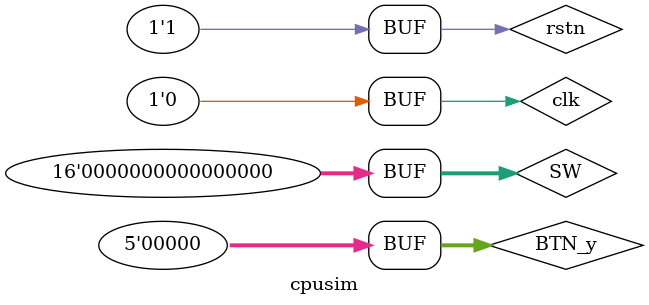
<source format=v>
`timescale 1ns / 1ps


module cpusim();

    reg clk,rstn;
    reg [15:0] SW;
    reg [4:0] BTN_y;

    initial begin
        rstn = 0;
        BTN_y[4:0] = 1;
        SW[15:0] = 0;
        #1020;
        rstn = 1;      
        BTN_y[4:0] = 0;
        #20;
    end
    
    always begin
        clk = 1;
        #10;
        clk = 0;
        #10;
    end
    CPU_SOC cpu(
        .clk_100mhz(clk),
        .RSTN(rstn),
        .BTN_y(BTN_y),
        .SW(SW)
        );
endmodule

</source>
